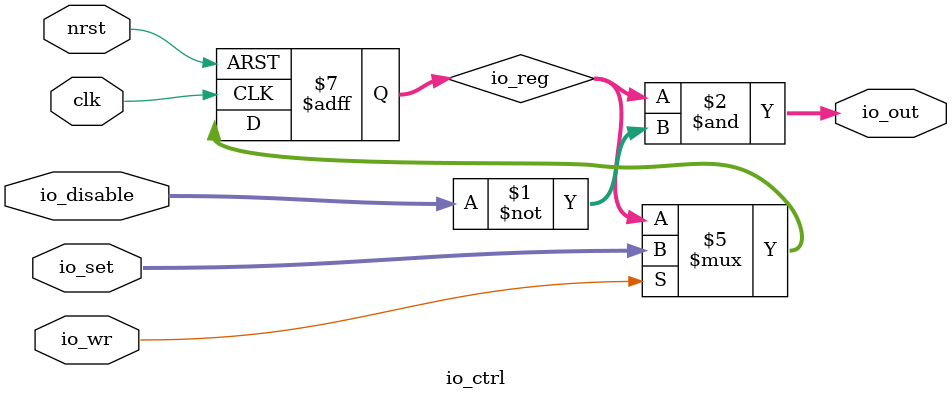
<source format=v>
`timescale 1ns / 1ps


module io_ctrl(
    input wire clk,
    input wire nrst,
    input wire [31:0] io_set,
    input wire [31:0] io_disable,
    input wire io_wr,
    output wire [31:0] io_out
    );
    
    reg [31:0] io_reg;
    assign io_out = io_reg & ~io_disable;
    
    always @(posedge(clk) or negedge(nrst)) begin
        if(~nrst) begin
            io_reg <= 32'b0;
        end else begin
            if(io_wr) begin
                io_reg <= io_set;
            end
        end
    end
    
endmodule

</source>
